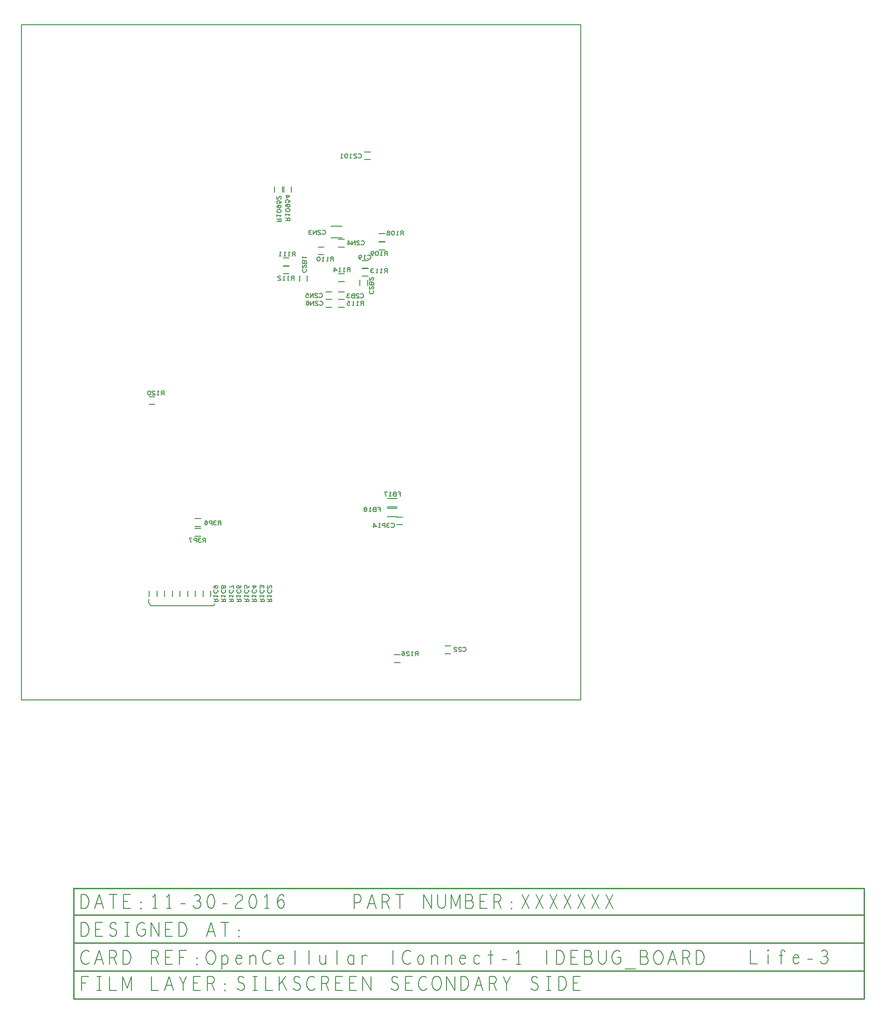
<source format=gbr>
G04 ================== begin FILE IDENTIFICATION RECORD ==================*
G04 Layout Name:  D:/shamshu/Dburg/final/OC_Connect-1_DEBUG_Life-3_final.brd*
G04 Film Name:    slse.gbr*
G04 File Format:  Gerber RS274X*
G04 File Origin:  Cadence Allegro 16.6-2015-S060*
G04 Origin Date:  Thu Dec 01 02:08:25 2016*
G04 *
G04 Layer:  REF DES/SILKSCREEN_BOTTOM*
G04 Layer:  PACKAGE GEOMETRY/SILKSCREEN_BOTTOM*
G04 Layer:  DRAWING FORMAT/SLSE*
G04 Layer:  DRAWING FORMAT/FILM_LABEL_OUTLINE*
G04 Layer:  COMPONENT VALUE/SILKSCREEN_BOTTOM*
G04 Layer:  BOARD GEOMETRY/OUTLINE*
G04 Layer:  BOARD GEOMETRY/SILKSCREEN_BOTTOM*
G04 *
G04 Offset:    (0.000 0.000)*
G04 Mirror:    No*
G04 Mode:      Positive*
G04 Rotation:  0*
G04 FullContactRelief:  No*
G04 UndefLineWidth:     6.000*
G04 ================== end FILE IDENTIFICATION RECORD ====================*
%FSLAX25Y25*MOIN*%
%IR0*IPPOS*OFA0.00000B0.00000*MIA0B0*SFA1.00000B1.00000*%
%ADD10C,.006*%
%ADD11C,.005906*%
%ADD12C,.008268*%
%ADD13C,.01*%
G75*
%LPD*%
G75*
G54D10*
G01X90818Y71900D02*
Y69400D01*
X92718Y67500D01*
X137118D01*
X138418Y68800D01*
G01X148451Y70250D02*
X151451D01*
Y71500D01*
X151301Y71900D01*
X151101Y72150D01*
X150701Y72250D01*
X150301Y72150D01*
X150051Y71850D01*
X149901Y71500D01*
Y70250D01*
G01Y71500D02*
X148451Y72250D01*
G01Y74450D02*
X151451D01*
X150851Y73850D01*
G01X148451D02*
Y75050D01*
G01X151201Y78750D02*
X151351Y78450D01*
X151451Y78100D01*
Y77700D01*
X151301Y77250D01*
X151051Y76900D01*
X150751Y76650D01*
X150251Y76450D01*
X149801Y76400D01*
X149351Y76500D01*
X149051Y76650D01*
X148751Y76950D01*
X148551Y77300D01*
X148451Y77650D01*
Y78000D01*
X148551Y78350D01*
X148701Y78650D01*
X148901Y78900D01*
G01X148451Y80750D02*
X149101Y80850D01*
X149651Y81000D01*
X150151Y81200D01*
X150701Y81450D01*
X151451Y81850D01*
Y79850D01*
G01X153951Y70250D02*
X156951D01*
Y71500D01*
X156801Y71900D01*
X156601Y72150D01*
X156201Y72250D01*
X155801Y72150D01*
X155551Y71850D01*
X155401Y71500D01*
Y70250D01*
G01Y71500D02*
X153951Y72250D01*
G01Y74450D02*
X156951D01*
X156351Y73850D01*
G01X153951D02*
Y75050D01*
G01X156701Y78750D02*
X156851Y78450D01*
X156951Y78100D01*
Y77700D01*
X156801Y77250D01*
X156551Y76900D01*
X156251Y76650D01*
X155751Y76450D01*
X155301Y76400D01*
X154851Y76500D01*
X154551Y76650D01*
X154251Y76950D01*
X154051Y77300D01*
X153951Y77650D01*
Y78000D01*
X154051Y78350D01*
X154201Y78650D01*
X154401Y78900D01*
G01X155201Y79900D02*
X155551Y80250D01*
X155751Y80550D01*
X155851Y80950D01*
X155751Y81300D01*
X155551Y81550D01*
X155251Y81750D01*
X154901Y81800D01*
X154601Y81750D01*
X154301Y81550D01*
X154051Y81250D01*
X153951Y80900D01*
X154051Y80500D01*
X154351Y80150D01*
X154801Y79950D01*
X155301Y79900D01*
X155951Y80000D01*
X156301Y80150D01*
X156651Y80400D01*
X156901Y80750D01*
X156951Y81100D01*
X156851Y81450D01*
X156601Y81700D01*
G01X137451Y70250D02*
X140451D01*
Y71500D01*
X140301Y71900D01*
X140101Y72150D01*
X139701Y72250D01*
X139301Y72150D01*
X139051Y71850D01*
X138901Y71500D01*
Y70250D01*
G01Y71500D02*
X137451Y72250D01*
G01Y74450D02*
X140451D01*
X139851Y73850D01*
G01X137451D02*
Y75050D01*
G01X140201Y78750D02*
X140351Y78450D01*
X140451Y78100D01*
Y77700D01*
X140301Y77250D01*
X140051Y76900D01*
X139751Y76650D01*
X139251Y76450D01*
X138801Y76400D01*
X138351Y76500D01*
X138051Y76650D01*
X137751Y76950D01*
X137551Y77300D01*
X137451Y77650D01*
Y78000D01*
X137551Y78350D01*
X137701Y78650D01*
X137901Y78900D01*
G01X137801Y80000D02*
X137551Y80350D01*
X137451Y80750D01*
X137551Y81150D01*
X137851Y81500D01*
X138301Y81750D01*
X138751Y81850D01*
X139301D01*
X139751Y81750D01*
X140151Y81500D01*
X140351Y81200D01*
X140451Y80850D01*
X140351Y80450D01*
X140151Y80150D01*
X139851Y79950D01*
X139451Y79850D01*
X139101Y79950D01*
X138751Y80200D01*
X138551Y80500D01*
X138501Y80850D01*
X138601Y81250D01*
X138851Y81550D01*
X139301Y81850D01*
G01X142951Y70250D02*
X145951D01*
Y71500D01*
X145801Y71900D01*
X145601Y72150D01*
X145201Y72250D01*
X144801Y72150D01*
X144551Y71850D01*
X144401Y71500D01*
Y70250D01*
G01Y71500D02*
X142951Y72250D01*
G01Y74450D02*
X145951D01*
X145351Y73850D01*
G01X142951D02*
Y75050D01*
G01X145701Y78750D02*
X145851Y78450D01*
X145951Y78100D01*
Y77700D01*
X145801Y77250D01*
X145551Y76900D01*
X145251Y76650D01*
X144751Y76450D01*
X144301Y76400D01*
X143851Y76500D01*
X143551Y76650D01*
X143251Y76950D01*
X143051Y77300D01*
X142951Y77650D01*
Y78000D01*
X143051Y78350D01*
X143201Y78650D01*
X143401Y78900D01*
G01X142951Y80850D02*
X143001Y81200D01*
X143151Y81600D01*
X143401Y81850D01*
X143751Y81950D01*
X144101Y81850D01*
X144401Y81550D01*
X144551Y81100D01*
Y80600D01*
X144651Y80300D01*
X144901Y80050D01*
X145251Y79950D01*
X145601Y80100D01*
X145851Y80450D01*
X145951Y80850D01*
X145851Y81250D01*
X145601Y81600D01*
X145251Y81750D01*
X144901Y81650D01*
X144651Y81400D01*
X144551Y81100D01*
Y80600D01*
X144401Y80150D01*
X144101Y79850D01*
X143751Y79750D01*
X143401Y79850D01*
X143151Y80100D01*
X143001Y80500D01*
X142951Y80850D01*
G01X142618Y125200D02*
Y128200D01*
X141368D01*
X140968Y128050D01*
X140718Y127850D01*
X140618Y127450D01*
X140718Y127050D01*
X141018Y126800D01*
X141368Y126650D01*
X142618D01*
G01X141368D02*
X140618Y125200D01*
G01X139518Y125800D02*
X139218Y125450D01*
X138818Y125250D01*
X138368Y125200D01*
X137968Y125250D01*
X137568Y125500D01*
X137318Y125800D01*
X137268Y126100D01*
X137368Y126450D01*
X137718Y126700D01*
X138068Y126800D01*
X138518D01*
G01X138068D02*
X137768Y126950D01*
X137518Y127200D01*
X137418Y127500D01*
X137518Y127800D01*
X137768Y128050D01*
X138218Y128200D01*
X138668Y128150D01*
X139118Y127950D01*
G01X136218Y125200D02*
Y128200D01*
X135018D01*
X134618Y128050D01*
X134318Y127700D01*
X134218Y127300D01*
X134318Y126900D01*
X134568Y126600D01*
X135018Y126450D01*
X136218D01*
G01X132968D02*
X132618Y126800D01*
X132318Y127000D01*
X131918Y127100D01*
X131568Y127000D01*
X131318Y126800D01*
X131118Y126500D01*
X131068Y126150D01*
X131118Y125850D01*
X131318Y125550D01*
X131618Y125300D01*
X131968Y125200D01*
X132368Y125300D01*
X132718Y125600D01*
X132918Y126050D01*
X132968Y126550D01*
X132868Y127200D01*
X132718Y127550D01*
X132468Y127900D01*
X132118Y128150D01*
X131768Y128200D01*
X131418Y128100D01*
X131168Y127850D01*
G01X131618Y112700D02*
Y115700D01*
X130368D01*
X129968Y115550D01*
X129718Y115350D01*
X129618Y114950D01*
X129718Y114550D01*
X130018Y114300D01*
X130368Y114150D01*
X131618D01*
G01X130368D02*
X129618Y112700D01*
G01X128518Y113300D02*
X128218Y112950D01*
X127818Y112750D01*
X127368Y112700D01*
X126968Y112750D01*
X126568Y113000D01*
X126318Y113300D01*
X126268Y113600D01*
X126368Y113950D01*
X126718Y114200D01*
X127068Y114300D01*
X127518D01*
G01X127068D02*
X126768Y114450D01*
X126518Y114700D01*
X126418Y115000D01*
X126518Y115300D01*
X126768Y115550D01*
X127218Y115700D01*
X127668Y115650D01*
X128118Y115450D01*
G01X125218Y112700D02*
Y115700D01*
X124018D01*
X123618Y115550D01*
X123318Y115200D01*
X123218Y114800D01*
X123318Y114400D01*
X123568Y114100D01*
X124018Y113950D01*
X125218D01*
G01X121118Y112700D02*
X121018Y113350D01*
X120868Y113900D01*
X120668Y114400D01*
X120418Y114950D01*
X120018Y115700D01*
X122018D01*
G01X101818Y217900D02*
Y220900D01*
X100568D01*
X100168Y220750D01*
X99918Y220550D01*
X99818Y220150D01*
X99918Y219750D01*
X100218Y219500D01*
X100568Y219350D01*
X101818D01*
G01X100568D02*
X99818Y217900D01*
G01X97618D02*
Y220900D01*
X98218Y220300D01*
G01Y217900D02*
X97018D01*
G01X95368Y220400D02*
X95068Y220700D01*
X94718Y220850D01*
X94318Y220900D01*
X93818Y220800D01*
X93468Y220550D01*
X93368Y220250D01*
X93418Y219950D01*
X93618Y219700D01*
X94618Y219200D01*
X95068Y218850D01*
X95368Y218350D01*
X95468Y217900D01*
X93368D01*
G01X91218Y220900D02*
X91618Y220800D01*
X91918Y220550D01*
X92118Y220250D01*
X92268Y219850D01*
X92318Y219400D01*
X92268Y218950D01*
X92118Y218550D01*
X91918Y218250D01*
X91618Y218000D01*
X91218Y217900D01*
X90818Y218000D01*
X90518Y218250D01*
X90318Y218550D01*
X90168Y218950D01*
X90118Y219400D01*
X90168Y219850D01*
X90318Y220250D01*
X90518Y220550D01*
X90818Y220800D01*
X91218Y220900D01*
G01X159451Y70250D02*
X162451D01*
Y71500D01*
X162301Y71900D01*
X162101Y72150D01*
X161701Y72250D01*
X161301Y72150D01*
X161051Y71850D01*
X160901Y71500D01*
Y70250D01*
G01Y71500D02*
X159451Y72250D01*
G01Y74450D02*
X162451D01*
X161851Y73850D01*
G01X159451D02*
Y75050D01*
G01X162201Y78750D02*
X162351Y78450D01*
X162451Y78100D01*
Y77700D01*
X162301Y77250D01*
X162051Y76900D01*
X161751Y76650D01*
X161251Y76450D01*
X160801Y76400D01*
X160351Y76500D01*
X160051Y76650D01*
X159751Y76950D01*
X159551Y77300D01*
X159451Y77650D01*
Y78000D01*
X159551Y78350D01*
X159701Y78650D01*
X159901Y78900D01*
G01Y79750D02*
X159651Y80050D01*
X159501Y80400D01*
X159451Y80850D01*
X159551Y81300D01*
X159751Y81650D01*
X160101Y81900D01*
X160501Y81950D01*
X160901Y81850D01*
X161151Y81600D01*
X161351Y81250D01*
X161401Y80900D01*
X161351Y80550D01*
X161151Y80100D01*
X162451Y80250D01*
Y81600D01*
G01X164951Y70250D02*
X167951D01*
Y71500D01*
X167801Y71900D01*
X167601Y72150D01*
X167201Y72250D01*
X166801Y72150D01*
X166551Y71850D01*
X166401Y71500D01*
Y70250D01*
G01Y71500D02*
X164951Y72250D01*
G01Y74450D02*
X167951D01*
X167351Y73850D01*
G01X164951D02*
Y75050D01*
G01X167701Y78750D02*
X167851Y78450D01*
X167951Y78100D01*
Y77700D01*
X167801Y77250D01*
X167551Y76900D01*
X167251Y76650D01*
X166751Y76450D01*
X166301Y76400D01*
X165851Y76500D01*
X165551Y76650D01*
X165251Y76950D01*
X165051Y77300D01*
X164951Y77650D01*
Y78000D01*
X165051Y78350D01*
X165201Y78650D01*
X165401Y78900D01*
G01X164951Y81450D02*
X167951D01*
X165801Y79600D01*
Y82100D01*
G01X170451Y70250D02*
X173451D01*
Y71500D01*
X173301Y71900D01*
X173101Y72150D01*
X172701Y72250D01*
X172301Y72150D01*
X172051Y71850D01*
X171901Y71500D01*
Y70250D01*
G01Y71500D02*
X170451Y72250D01*
G01Y74450D02*
X173451D01*
X172851Y73850D01*
G01X170451D02*
Y75050D01*
G01X173201Y78750D02*
X173351Y78450D01*
X173451Y78100D01*
Y77700D01*
X173301Y77250D01*
X173051Y76900D01*
X172751Y76650D01*
X172251Y76450D01*
X171801Y76400D01*
X171351Y76500D01*
X171051Y76650D01*
X170751Y76950D01*
X170551Y77300D01*
X170451Y77650D01*
Y78000D01*
X170551Y78350D01*
X170701Y78650D01*
X170901Y78900D01*
G01X171051Y79750D02*
X170701Y80050D01*
X170501Y80450D01*
X170451Y80900D01*
X170501Y81300D01*
X170751Y81700D01*
X171051Y81950D01*
X171351Y82000D01*
X171701Y81900D01*
X171951Y81550D01*
X172051Y81200D01*
Y80750D01*
G01Y81200D02*
X172201Y81500D01*
X172451Y81750D01*
X172751Y81850D01*
X173051Y81750D01*
X173301Y81500D01*
X173451Y81050D01*
X173401Y80600D01*
X173201Y80150D01*
G01X175951Y70250D02*
X178951D01*
Y71500D01*
X178801Y71900D01*
X178601Y72150D01*
X178201Y72250D01*
X177801Y72150D01*
X177551Y71850D01*
X177401Y71500D01*
Y70250D01*
G01Y71500D02*
X175951Y72250D01*
G01Y74450D02*
X178951D01*
X178351Y73850D01*
G01X175951D02*
Y75050D01*
G01X178701Y78750D02*
X178851Y78450D01*
X178951Y78100D01*
Y77700D01*
X178801Y77250D01*
X178551Y76900D01*
X178251Y76650D01*
X177751Y76450D01*
X177301Y76400D01*
X176851Y76500D01*
X176551Y76650D01*
X176251Y76950D01*
X176051Y77300D01*
X175951Y77650D01*
Y78000D01*
X176051Y78350D01*
X176201Y78650D01*
X176401Y78900D01*
G01X178451Y79900D02*
X178751Y80200D01*
X178901Y80550D01*
X178951Y80950D01*
X178851Y81450D01*
X178601Y81800D01*
X178301Y81900D01*
X178001Y81850D01*
X177751Y81650D01*
X177251Y80650D01*
X176901Y80200D01*
X176401Y79900D01*
X175951Y79800D01*
Y81900D01*
G01X212918Y290450D02*
X213218Y290600D01*
X213568Y290700D01*
X213968D01*
X214418Y290550D01*
X214768Y290300D01*
X215018Y290000D01*
X215218Y289500D01*
X215268Y289050D01*
X215168Y288600D01*
X215018Y288300D01*
X214718Y288000D01*
X214368Y287800D01*
X214018Y287700D01*
X213668D01*
X213318Y287800D01*
X213018Y287950D01*
X212768Y288150D01*
G01X211768Y290200D02*
X211468Y290500D01*
X211118Y290650D01*
X210718Y290700D01*
X210218Y290600D01*
X209868Y290350D01*
X209768Y290050D01*
X209818Y289750D01*
X210018Y289500D01*
X211018Y289000D01*
X211468Y288650D01*
X211768Y288150D01*
X211868Y287700D01*
X209768D01*
G01X208768D02*
Y290700D01*
X206468Y287700D01*
Y290700D01*
G01X205518Y288150D02*
X205218Y287900D01*
X204868Y287750D01*
X204418Y287700D01*
X203968Y287800D01*
X203618Y288000D01*
X203368Y288350D01*
X203318Y288750D01*
X203418Y289150D01*
X203668Y289400D01*
X204018Y289600D01*
X204368Y289650D01*
X204718Y289600D01*
X205168Y289400D01*
X205018Y290700D01*
X203668D01*
G01X213118Y284950D02*
X213418Y285100D01*
X213768Y285200D01*
X214168D01*
X214618Y285050D01*
X214968Y284800D01*
X215218Y284500D01*
X215418Y284000D01*
X215468Y283550D01*
X215368Y283100D01*
X215218Y282800D01*
X214918Y282500D01*
X214568Y282300D01*
X214218Y282200D01*
X213868D01*
X213518Y282300D01*
X213218Y282450D01*
X212968Y282650D01*
G01X211968Y284700D02*
X211668Y285000D01*
X211318Y285150D01*
X210918Y285200D01*
X210418Y285100D01*
X210068Y284850D01*
X209968Y284550D01*
X210018Y284250D01*
X210218Y284000D01*
X211218Y283500D01*
X211668Y283150D01*
X211968Y282650D01*
X212068Y282200D01*
X209968D01*
G01X208968D02*
Y285200D01*
X206668Y282200D01*
Y285200D01*
G01X205568Y283450D02*
X205218Y283800D01*
X204918Y284000D01*
X204518Y284100D01*
X204168Y284000D01*
X203918Y283800D01*
X203718Y283500D01*
X203668Y283150D01*
X203718Y282850D01*
X203918Y282550D01*
X204218Y282300D01*
X204568Y282200D01*
X204968Y282300D01*
X205318Y282600D01*
X205518Y283050D01*
X205568Y283550D01*
X205468Y284200D01*
X205318Y284550D01*
X205068Y284900D01*
X204718Y285150D01*
X204368Y285200D01*
X204018Y285100D01*
X203768Y284850D01*
G01X194918Y300200D02*
Y303200D01*
X193668D01*
X193268Y303050D01*
X193018Y302850D01*
X192918Y302450D01*
X193018Y302050D01*
X193318Y301800D01*
X193668Y301650D01*
X194918D01*
G01X193668D02*
X192918Y300200D01*
G01X190718D02*
Y303200D01*
X191318Y302600D01*
G01Y300200D02*
X190118D01*
G01X187518D02*
Y303200D01*
X188118Y302600D01*
G01Y300200D02*
X186918D01*
G01X185268Y302700D02*
X184968Y303000D01*
X184618Y303150D01*
X184218Y303200D01*
X183718Y303100D01*
X183368Y302850D01*
X183268Y302550D01*
X183318Y302250D01*
X183518Y302000D01*
X184518Y301500D01*
X184968Y301150D01*
X185268Y300650D01*
X185368Y300200D01*
X183268D01*
G01X234918Y306200D02*
Y309200D01*
X233668D01*
X233268Y309050D01*
X233018Y308850D01*
X232918Y308450D01*
X233018Y308050D01*
X233318Y307800D01*
X233668Y307650D01*
X234918D01*
G01X233668D02*
X232918Y306200D01*
G01X230718D02*
Y309200D01*
X231318Y308600D01*
G01Y306200D02*
X230118D01*
G01X227518D02*
Y309200D01*
X228118Y308600D01*
G01Y306200D02*
X226918D01*
G01X223718D02*
Y309200D01*
X225568Y307050D01*
X223068D01*
G01X195618Y317300D02*
Y320300D01*
X194368D01*
X193968Y320150D01*
X193718Y319950D01*
X193618Y319550D01*
X193718Y319150D01*
X194018Y318900D01*
X194368Y318750D01*
X195618D01*
G01X194368D02*
X193618Y317300D01*
G01X191418D02*
Y320300D01*
X192018Y319700D01*
G01Y317300D02*
X190818D01*
G01X188218D02*
Y320300D01*
X188818Y319700D01*
G01Y317300D02*
X187618D01*
G01X185018D02*
Y320300D01*
X185618Y319700D01*
G01Y317300D02*
X184418D01*
G01X223018Y313800D02*
Y316800D01*
X221768D01*
X221368Y316650D01*
X221118Y316450D01*
X221018Y316050D01*
X221118Y315650D01*
X221418Y315400D01*
X221768Y315250D01*
X223018D01*
G01X221768D02*
X221018Y313800D01*
G01X218818D02*
Y316800D01*
X219418Y316200D01*
G01Y313800D02*
X218218D01*
G01X215618D02*
Y316800D01*
X216218Y316200D01*
G01Y313800D02*
X215018D01*
G01X212418Y316800D02*
X212818Y316700D01*
X213118Y316450D01*
X213318Y316150D01*
X213468Y315750D01*
X213518Y315300D01*
X213468Y314850D01*
X213318Y314450D01*
X213118Y314150D01*
X212818Y313900D01*
X212418Y313800D01*
X212018Y313900D01*
X211718Y314150D01*
X211518Y314450D01*
X211368Y314850D01*
X211318Y315300D01*
X211368Y315750D01*
X211518Y316150D01*
X211718Y316450D01*
X212018Y316700D01*
X212418Y316800D01*
G01X182700Y342100D02*
X185700D01*
Y343350D01*
X185550Y343750D01*
X185350Y344000D01*
X184950Y344100D01*
X184550Y344000D01*
X184300Y343700D01*
X184150Y343350D01*
Y342100D01*
G01Y343350D02*
X182700Y344100D01*
G01Y346300D02*
X185700D01*
X185100Y345700D01*
G01X182700D02*
Y346900D01*
G01X185700Y349500D02*
X185600Y349100D01*
X185350Y348800D01*
X185050Y348600D01*
X184650Y348450D01*
X184200Y348400D01*
X183750Y348450D01*
X183350Y348600D01*
X183050Y348800D01*
X182800Y349100D01*
X182700Y349500D01*
X182800Y349900D01*
X183050Y350200D01*
X183350Y350400D01*
X183750Y350550D01*
X184200Y350600D01*
X184650Y350550D01*
X185050Y350400D01*
X185350Y350200D01*
X185600Y349900D01*
X185700Y349500D01*
G01X183050Y351850D02*
X182800Y352200D01*
X182700Y352600D01*
X182800Y353000D01*
X183100Y353350D01*
X183550Y353600D01*
X184000Y353700D01*
X184550D01*
X185000Y353600D01*
X185400Y353350D01*
X185600Y353050D01*
X185700Y352700D01*
X185600Y352300D01*
X185400Y352000D01*
X185100Y351800D01*
X184700Y351700D01*
X184350Y351800D01*
X184000Y352050D01*
X183800Y352350D01*
X183750Y352700D01*
X183850Y353100D01*
X184100Y353400D01*
X184550Y353700D01*
G01X183150Y354800D02*
X182900Y355100D01*
X182750Y355450D01*
X182700Y355900D01*
X182800Y356350D01*
X183000Y356700D01*
X183350Y356950D01*
X183750Y357000D01*
X184150Y356900D01*
X184400Y356650D01*
X184600Y356300D01*
X184650Y355950D01*
X184600Y355600D01*
X184400Y355150D01*
X185700Y355300D01*
Y356650D01*
G01X185200Y358150D02*
X185500Y358450D01*
X185650Y358800D01*
X185700Y359200D01*
X185600Y359700D01*
X185350Y360050D01*
X185050Y360150D01*
X184750Y360100D01*
X184500Y359900D01*
X184000Y358900D01*
X183650Y358450D01*
X183150Y358150D01*
X182700Y358050D01*
Y360150D01*
G01X188900Y342800D02*
X191900D01*
Y344050D01*
X191750Y344450D01*
X191550Y344700D01*
X191150Y344800D01*
X190750Y344700D01*
X190500Y344400D01*
X190350Y344050D01*
Y342800D01*
G01Y344050D02*
X188900Y344800D01*
G01Y347000D02*
X191900D01*
X191300Y346400D01*
G01X188900D02*
Y347600D01*
G01X191900Y350200D02*
X191800Y349800D01*
X191550Y349500D01*
X191250Y349300D01*
X190850Y349150D01*
X190400Y349100D01*
X189950Y349150D01*
X189550Y349300D01*
X189250Y349500D01*
X189000Y349800D01*
X188900Y350200D01*
X189000Y350600D01*
X189250Y350900D01*
X189550Y351100D01*
X189950Y351250D01*
X190400Y351300D01*
X190850Y351250D01*
X191250Y351100D01*
X191550Y350900D01*
X191800Y350600D01*
X191900Y350200D01*
G01X189250Y352550D02*
X189000Y352900D01*
X188900Y353300D01*
X189000Y353700D01*
X189300Y354050D01*
X189750Y354300D01*
X190200Y354400D01*
X190750D01*
X191200Y354300D01*
X191600Y354050D01*
X191800Y353750D01*
X191900Y353400D01*
X191800Y353000D01*
X191600Y352700D01*
X191300Y352500D01*
X190900Y352400D01*
X190550Y352500D01*
X190200Y352750D01*
X190000Y353050D01*
X189950Y353400D01*
X190050Y353800D01*
X190300Y354100D01*
X190750Y354400D01*
G01X189350Y355500D02*
X189100Y355800D01*
X188950Y356150D01*
X188900Y356600D01*
X189000Y357050D01*
X189200Y357400D01*
X189550Y357650D01*
X189950Y357700D01*
X190350Y357600D01*
X190600Y357350D01*
X190800Y357000D01*
X190850Y356650D01*
X190800Y356300D01*
X190600Y355850D01*
X191900Y356000D01*
Y357350D01*
G01X188900Y360400D02*
X191900D01*
X189750Y358550D01*
Y361050D01*
G01X203568Y308000D02*
X203718Y307700D01*
X203818Y307350D01*
Y306950D01*
X203668Y306500D01*
X203418Y306150D01*
X203118Y305900D01*
X202618Y305700D01*
X202168Y305650D01*
X201718Y305750D01*
X201418Y305900D01*
X201118Y306200D01*
X200918Y306550D01*
X200818Y306900D01*
Y307250D01*
X200918Y307600D01*
X201068Y307900D01*
X201268Y308150D01*
G01X203318Y309150D02*
X203618Y309450D01*
X203768Y309800D01*
X203818Y310200D01*
X203718Y310700D01*
X203468Y311050D01*
X203168Y311150D01*
X202868Y311100D01*
X202618Y310900D01*
X202118Y309900D01*
X201768Y309450D01*
X201268Y309150D01*
X200818Y309050D01*
Y311150D01*
G01X202418Y313700D02*
X202568Y313900D01*
X202818Y314050D01*
X203168Y314150D01*
X203468Y314050D01*
X203668Y313850D01*
X203818Y313500D01*
Y312150D01*
X200818D01*
Y313800D01*
X201018Y314150D01*
X201318Y314350D01*
X201668Y314450D01*
X202018Y314350D01*
X202318Y314050D01*
X202418Y313700D01*
Y312150D01*
G01X200818Y316500D02*
X203818D01*
X203218Y315900D01*
G01X200818D02*
Y317100D01*
G01X215118Y335550D02*
X215418Y335700D01*
X215768Y335800D01*
X216168D01*
X216618Y335650D01*
X216968Y335400D01*
X217218Y335100D01*
X217418Y334600D01*
X217468Y334150D01*
X217368Y333700D01*
X217218Y333400D01*
X216918Y333100D01*
X216568Y332900D01*
X216218Y332800D01*
X215868D01*
X215518Y332900D01*
X215218Y333050D01*
X214968Y333250D01*
G01X213968Y335300D02*
X213668Y335600D01*
X213318Y335750D01*
X212918Y335800D01*
X212418Y335700D01*
X212068Y335450D01*
X211968Y335150D01*
X212018Y334850D01*
X212218Y334600D01*
X213218Y334100D01*
X213668Y333750D01*
X213968Y333250D01*
X214068Y332800D01*
X211968D01*
G01X210968D02*
Y335800D01*
X208668Y332800D01*
Y335800D01*
G01X207718Y333400D02*
X207418Y333050D01*
X207018Y332850D01*
X206568Y332800D01*
X206168Y332850D01*
X205768Y333100D01*
X205518Y333400D01*
X205468Y333700D01*
X205568Y334050D01*
X205918Y334300D01*
X206268Y334400D01*
X206718D01*
G01X206268D02*
X205968Y334550D01*
X205718Y334800D01*
X205618Y335100D01*
X205718Y335400D01*
X205968Y335650D01*
X206418Y335800D01*
X206868Y335750D01*
X207318Y335550D01*
G01X240700Y390250D02*
X241000Y390400D01*
X241350Y390500D01*
X241750D01*
X242200Y390350D01*
X242550Y390100D01*
X242800Y389800D01*
X243000Y389300D01*
X243050Y388850D01*
X242950Y388400D01*
X242800Y388100D01*
X242500Y387800D01*
X242150Y387600D01*
X241800Y387500D01*
X241450D01*
X241100Y387600D01*
X240800Y387750D01*
X240550Y387950D01*
G01X239550Y390000D02*
X239250Y390300D01*
X238900Y390450D01*
X238500Y390500D01*
X238000Y390400D01*
X237650Y390150D01*
X237550Y389850D01*
X237600Y389550D01*
X237800Y389300D01*
X238800Y388800D01*
X239250Y388450D01*
X239550Y387950D01*
X239650Y387500D01*
X237550D01*
G01X235400D02*
Y390500D01*
X236000Y389900D01*
G01Y387500D02*
X234800D01*
G01X232200Y390500D02*
X232600Y390400D01*
X232900Y390150D01*
X233100Y389850D01*
X233250Y389450D01*
X233300Y389000D01*
X233250Y388550D01*
X233100Y388150D01*
X232900Y387850D01*
X232600Y387600D01*
X232200Y387500D01*
X231800Y387600D01*
X231500Y387850D01*
X231300Y388150D01*
X231150Y388550D01*
X231100Y389000D01*
X231150Y389450D01*
X231300Y389850D01*
X231500Y390150D01*
X231800Y390400D01*
X232200Y390500D01*
G01X229000Y387500D02*
Y390500D01*
X229600Y389900D01*
G01Y387500D02*
X228400D01*
G01X283618Y31600D02*
Y34600D01*
X282368D01*
X281968Y34450D01*
X281718Y34250D01*
X281618Y33850D01*
X281718Y33450D01*
X282018Y33200D01*
X282368Y33050D01*
X283618D01*
G01X282368D02*
X281618Y31600D01*
G01X279418D02*
Y34600D01*
X280018Y34000D01*
G01Y31600D02*
X278818D01*
G01X277168Y34100D02*
X276868Y34400D01*
X276518Y34550D01*
X276118Y34600D01*
X275618Y34500D01*
X275268Y34250D01*
X275168Y33950D01*
X275218Y33650D01*
X275418Y33400D01*
X276418Y32900D01*
X276868Y32550D01*
X277168Y32050D01*
X277268Y31600D01*
X275168D01*
G01X273968Y32850D02*
X273618Y33200D01*
X273318Y33400D01*
X272918Y33500D01*
X272568Y33400D01*
X272318Y33200D01*
X272118Y32900D01*
X272068Y32550D01*
X272118Y32250D01*
X272318Y31950D01*
X272618Y31700D01*
X272968Y31600D01*
X273368Y31700D01*
X273718Y32000D01*
X273918Y32450D01*
X273968Y32950D01*
X273868Y33600D01*
X273718Y33950D01*
X273468Y34300D01*
X273118Y34550D01*
X272768Y34600D01*
X272418Y34500D01*
X272168Y34250D01*
G01X264350Y126083D02*
X264650Y126233D01*
X265000Y126333D01*
X265400D01*
X265850Y126183D01*
X266200Y125933D01*
X266450Y125633D01*
X266650Y125133D01*
X266700Y124683D01*
X266600Y124233D01*
X266450Y123933D01*
X266150Y123633D01*
X265800Y123433D01*
X265450Y123333D01*
X265100D01*
X264750Y123433D01*
X264450Y123583D01*
X264200Y123783D01*
G01X263350Y123933D02*
X263050Y123583D01*
X262650Y123383D01*
X262200Y123333D01*
X261800Y123383D01*
X261400Y123633D01*
X261150Y123933D01*
X261100Y124233D01*
X261200Y124583D01*
X261550Y124833D01*
X261900Y124933D01*
X262350D01*
G01X261900D02*
X261600Y125083D01*
X261350Y125333D01*
X261250Y125633D01*
X261350Y125933D01*
X261600Y126183D01*
X262050Y126333D01*
X262500Y126283D01*
X262950Y126083D01*
G01X260050Y123333D02*
Y126333D01*
X258850D01*
X258450Y126183D01*
X258150Y125833D01*
X258050Y125433D01*
X258150Y125033D01*
X258400Y124733D01*
X258850Y124583D01*
X260050D01*
G01X255850Y123333D02*
Y126333D01*
X256450Y125733D01*
G01Y123333D02*
X255250D01*
G01X252050D02*
Y126333D01*
X253900Y124183D01*
X251400D01*
G01X271034Y145753D02*
Y148753D01*
X269134D01*
G01X269834Y147303D02*
X271034D01*
G01X266484Y147353D02*
X266284Y147503D01*
X266134Y147753D01*
X266034Y148103D01*
X266134Y148403D01*
X266334Y148603D01*
X266684Y148753D01*
X268034D01*
Y145753D01*
X266384D01*
X266034Y145953D01*
X265834Y146253D01*
X265734Y146603D01*
X265834Y146953D01*
X266134Y147253D01*
X266484Y147353D01*
X268034D01*
G01X263684Y145753D02*
Y148753D01*
X264284Y148153D01*
G01Y145753D02*
X263084D01*
G01X260584D02*
X260484Y146403D01*
X260334Y146953D01*
X260134Y147453D01*
X259884Y148003D01*
X259484Y148753D01*
X261484D01*
G01X256534Y134753D02*
Y137753D01*
X254634D01*
G01X255334Y136303D02*
X256534D01*
G01X251984Y136353D02*
X251784Y136503D01*
X251634Y136753D01*
X251534Y137103D01*
X251634Y137403D01*
X251834Y137603D01*
X252184Y137753D01*
X253534D01*
Y134753D01*
X251884D01*
X251534Y134953D01*
X251334Y135253D01*
X251234Y135603D01*
X251334Y135953D01*
X251634Y136253D01*
X251984Y136353D01*
X253534D01*
G01X249184Y134753D02*
Y137753D01*
X249784Y137153D01*
G01Y134753D02*
X248584D01*
G01X245984D02*
X245634Y134803D01*
X245234Y134953D01*
X244984Y135203D01*
X244884Y135553D01*
X244984Y135903D01*
X245284Y136203D01*
X245734Y136353D01*
X246234D01*
X246534Y136453D01*
X246784Y136703D01*
X246884Y137053D01*
X246734Y137403D01*
X246384Y137653D01*
X245984Y137753D01*
X245584Y137653D01*
X245234Y137403D01*
X245084Y137053D01*
X245184Y136703D01*
X245434Y136453D01*
X245734Y136353D01*
X246234D01*
X246684Y136203D01*
X246984Y135903D01*
X247084Y135553D01*
X246984Y135203D01*
X246734Y134953D01*
X246334Y134803D01*
X245984Y134753D01*
G01X244518Y282100D02*
Y285100D01*
X243268D01*
X242868Y284950D01*
X242618Y284750D01*
X242518Y284350D01*
X242618Y283950D01*
X242918Y283700D01*
X243268Y283550D01*
X244518D01*
G01X243268D02*
X242518Y282100D01*
G01X240318D02*
Y285100D01*
X240918Y284500D01*
G01Y282100D02*
X239718D01*
G01X237118D02*
Y285100D01*
X237718Y284500D01*
G01Y282100D02*
X236518D01*
G01X235018Y282550D02*
X234718Y282300D01*
X234368Y282150D01*
X233918Y282100D01*
X233468Y282200D01*
X233118Y282400D01*
X232868Y282750D01*
X232818Y283150D01*
X232918Y283550D01*
X233168Y283800D01*
X233518Y284000D01*
X233868Y284050D01*
X234218Y284000D01*
X234668Y283800D01*
X234518Y285100D01*
X233168D01*
G01X251568Y292600D02*
X251718Y292300D01*
X251818Y291950D01*
Y291550D01*
X251668Y291100D01*
X251418Y290750D01*
X251118Y290500D01*
X250618Y290300D01*
X250168Y290250D01*
X249718Y290350D01*
X249418Y290500D01*
X249118Y290800D01*
X248918Y291150D01*
X248818Y291500D01*
Y291850D01*
X248918Y292200D01*
X249068Y292500D01*
X249268Y292750D01*
G01X251318Y293750D02*
X251618Y294050D01*
X251768Y294400D01*
X251818Y294800D01*
X251718Y295300D01*
X251468Y295650D01*
X251168Y295750D01*
X250868Y295700D01*
X250618Y295500D01*
X250118Y294500D01*
X249768Y294050D01*
X249268Y293750D01*
X248818Y293650D01*
Y295750D01*
G01X250418Y298300D02*
X250568Y298500D01*
X250818Y298650D01*
X251168Y298750D01*
X251468Y298650D01*
X251668Y298450D01*
X251818Y298100D01*
Y296750D01*
X248818D01*
Y298400D01*
X249018Y298750D01*
X249318Y298950D01*
X249668Y299050D01*
X250018Y298950D01*
X250318Y298650D01*
X250418Y298300D01*
Y296750D01*
G01X251318Y300150D02*
X251618Y300450D01*
X251768Y300800D01*
X251818Y301200D01*
X251718Y301700D01*
X251468Y302050D01*
X251168Y302150D01*
X250868Y302100D01*
X250618Y301900D01*
X250118Y300900D01*
X249768Y300450D01*
X249268Y300150D01*
X248818Y300050D01*
Y302150D01*
G01X242318Y290250D02*
X242618Y290400D01*
X242968Y290500D01*
X243368D01*
X243818Y290350D01*
X244168Y290100D01*
X244418Y289800D01*
X244618Y289300D01*
X244668Y288850D01*
X244568Y288400D01*
X244418Y288100D01*
X244118Y287800D01*
X243768Y287600D01*
X243418Y287500D01*
X243068D01*
X242718Y287600D01*
X242418Y287750D01*
X242168Y287950D01*
G01X241168Y290000D02*
X240868Y290300D01*
X240518Y290450D01*
X240118Y290500D01*
X239618Y290400D01*
X239268Y290150D01*
X239168Y289850D01*
X239218Y289550D01*
X239418Y289300D01*
X240418Y288800D01*
X240868Y288450D01*
X241168Y287950D01*
X241268Y287500D01*
X239168D01*
G01X236618Y289100D02*
X236418Y289250D01*
X236268Y289500D01*
X236168Y289850D01*
X236268Y290150D01*
X236468Y290350D01*
X236818Y290500D01*
X238168D01*
Y287500D01*
X236518D01*
X236168Y287700D01*
X235968Y288000D01*
X235868Y288350D01*
X235968Y288700D01*
X236268Y289000D01*
X236618Y289100D01*
X238168D01*
G01X234918Y288100D02*
X234618Y287750D01*
X234218Y287550D01*
X233768Y287500D01*
X233368Y287550D01*
X232968Y287800D01*
X232718Y288100D01*
X232668Y288400D01*
X232768Y288750D01*
X233118Y289000D01*
X233468Y289100D01*
X233918D01*
G01X233468D02*
X233168Y289250D01*
X232918Y289500D01*
X232818Y289800D01*
X232918Y290100D01*
X233168Y290350D01*
X233618Y290500D01*
X234068Y290450D01*
X234518Y290250D01*
G01X261518Y305400D02*
Y308400D01*
X260268D01*
X259868Y308250D01*
X259618Y308050D01*
X259518Y307650D01*
X259618Y307250D01*
X259918Y307000D01*
X260268Y306850D01*
X261518D01*
G01X260268D02*
X259518Y305400D01*
G01X257318D02*
Y308400D01*
X257918Y307800D01*
G01Y305400D02*
X256718D01*
G01X254118D02*
Y308400D01*
X254718Y307800D01*
G01Y305400D02*
X253518D01*
G01X252018Y306000D02*
X251718Y305650D01*
X251318Y305450D01*
X250868Y305400D01*
X250468Y305450D01*
X250068Y305700D01*
X249818Y306000D01*
X249768Y306300D01*
X249868Y306650D01*
X250218Y306900D01*
X250568Y307000D01*
X251018D01*
G01X250568D02*
X250268Y307150D01*
X250018Y307400D01*
X249918Y307700D01*
X250018Y308000D01*
X250268Y308250D01*
X250718Y308400D01*
X251168Y308350D01*
X251618Y308150D01*
G01X273018Y332300D02*
Y335300D01*
X271768D01*
X271368Y335150D01*
X271118Y334950D01*
X271018Y334550D01*
X271118Y334150D01*
X271418Y333900D01*
X271768Y333750D01*
X273018D01*
G01X271768D02*
X271018Y332300D01*
G01X268818D02*
Y335300D01*
X269418Y334700D01*
G01Y332300D02*
X268218D01*
G01X265618Y335300D02*
X266018Y335200D01*
X266318Y334950D01*
X266518Y334650D01*
X266668Y334250D01*
X266718Y333800D01*
X266668Y333350D01*
X266518Y332950D01*
X266318Y332650D01*
X266018Y332400D01*
X265618Y332300D01*
X265218Y332400D01*
X264918Y332650D01*
X264718Y332950D01*
X264568Y333350D01*
X264518Y333800D01*
X264568Y334250D01*
X264718Y334650D01*
X264918Y334950D01*
X265218Y335200D01*
X265618Y335300D01*
G01X262418Y332300D02*
X262068Y332350D01*
X261668Y332500D01*
X261418Y332750D01*
X261318Y333100D01*
X261418Y333450D01*
X261718Y333750D01*
X262168Y333900D01*
X262668D01*
X262968Y334000D01*
X263218Y334250D01*
X263318Y334600D01*
X263168Y334950D01*
X262818Y335200D01*
X262418Y335300D01*
X262018Y335200D01*
X261668Y334950D01*
X261518Y334600D01*
X261618Y334250D01*
X261868Y334000D01*
X262168Y333900D01*
X262668D01*
X263118Y333750D01*
X263418Y333450D01*
X263518Y333100D01*
X263418Y332750D01*
X263168Y332500D01*
X262768Y332350D01*
X262418Y332300D01*
G01X261518Y317800D02*
Y320800D01*
X260268D01*
X259868Y320650D01*
X259618Y320450D01*
X259518Y320050D01*
X259618Y319650D01*
X259918Y319400D01*
X260268Y319250D01*
X261518D01*
G01X260268D02*
X259518Y317800D01*
G01X257318D02*
Y320800D01*
X257918Y320200D01*
G01Y317800D02*
X256718D01*
G01X254118Y320800D02*
X254518Y320700D01*
X254818Y320450D01*
X255018Y320150D01*
X255168Y319750D01*
X255218Y319300D01*
X255168Y318850D01*
X255018Y318450D01*
X254818Y318150D01*
X254518Y317900D01*
X254118Y317800D01*
X253718Y317900D01*
X253418Y318150D01*
X253218Y318450D01*
X253068Y318850D01*
X253018Y319300D01*
X253068Y319750D01*
X253218Y320150D01*
X253418Y320450D01*
X253718Y320700D01*
X254118Y320800D01*
G01X251768Y318150D02*
X251418Y317900D01*
X251018Y317800D01*
X250618Y317900D01*
X250268Y318200D01*
X250018Y318650D01*
X249918Y319100D01*
Y319650D01*
X250018Y320100D01*
X250268Y320500D01*
X250568Y320700D01*
X250918Y320800D01*
X251318Y320700D01*
X251618Y320500D01*
X251818Y320200D01*
X251918Y319800D01*
X251818Y319450D01*
X251568Y319100D01*
X251268Y318900D01*
X250918Y318850D01*
X250518Y318950D01*
X250218Y319200D01*
X249918Y319650D01*
G01X242818Y328050D02*
X243118Y328200D01*
X243468Y328300D01*
X243868D01*
X244318Y328150D01*
X244668Y327900D01*
X244918Y327600D01*
X245118Y327100D01*
X245168Y326650D01*
X245068Y326200D01*
X244918Y325900D01*
X244618Y325600D01*
X244268Y325400D01*
X243918Y325300D01*
X243568D01*
X243218Y325400D01*
X242918Y325550D01*
X242668Y325750D01*
G01X241668Y327800D02*
X241368Y328100D01*
X241018Y328250D01*
X240618Y328300D01*
X240118Y328200D01*
X239768Y327950D01*
X239668Y327650D01*
X239718Y327350D01*
X239918Y327100D01*
X240918Y326600D01*
X241368Y326250D01*
X241668Y325750D01*
X241768Y325300D01*
X239668D01*
G01X238668D02*
Y328300D01*
X236368Y325300D01*
Y328300D01*
G01X233718Y325300D02*
Y328300D01*
X235568Y326150D01*
X233068D01*
G01X247518Y317750D02*
X247818Y317900D01*
X248168Y318000D01*
X248568D01*
X249018Y317850D01*
X249368Y317600D01*
X249618Y317300D01*
X249818Y316800D01*
X249868Y316350D01*
X249768Y315900D01*
X249618Y315600D01*
X249318Y315300D01*
X248968Y315100D01*
X248618Y315000D01*
X248268D01*
X247918Y315100D01*
X247618Y315250D01*
X247368Y315450D01*
G01X245418Y315000D02*
Y318000D01*
X246018Y317400D01*
G01Y315000D02*
X244818D01*
G01X243068Y315350D02*
X242718Y315100D01*
X242318Y315000D01*
X241918Y315100D01*
X241568Y315400D01*
X241318Y315850D01*
X241218Y316300D01*
Y316850D01*
X241318Y317300D01*
X241568Y317700D01*
X241868Y317900D01*
X242218Y318000D01*
X242618Y317900D01*
X242918Y317700D01*
X243118Y317400D01*
X243218Y317000D01*
X243118Y316650D01*
X242868Y316300D01*
X242568Y316100D01*
X242218Y316050D01*
X241818Y316150D01*
X241518Y316400D01*
X241218Y316850D01*
G01X315618Y37450D02*
X315918Y37600D01*
X316268Y37700D01*
X316668D01*
X317118Y37550D01*
X317468Y37300D01*
X317718Y37000D01*
X317918Y36500D01*
X317968Y36050D01*
X317868Y35600D01*
X317718Y35300D01*
X317418Y35000D01*
X317068Y34800D01*
X316718Y34700D01*
X316368D01*
X316018Y34800D01*
X315718Y34950D01*
X315468Y35150D01*
G01X314468Y37200D02*
X314168Y37500D01*
X313818Y37650D01*
X313418Y37700D01*
X312918Y37600D01*
X312568Y37350D01*
X312468Y37050D01*
X312518Y36750D01*
X312718Y36500D01*
X313718Y36000D01*
X314168Y35650D01*
X314468Y35150D01*
X314568Y34700D01*
X312468D01*
G01X311268Y37200D02*
X310968Y37500D01*
X310618Y37650D01*
X310218Y37700D01*
X309718Y37600D01*
X309368Y37350D01*
X309268Y37050D01*
X309318Y36750D01*
X309518Y36500D01*
X310518Y36000D01*
X310968Y35650D01*
X311268Y35150D01*
X311368Y34700D01*
X309268D01*
G01X0Y0D02*
X400000D01*
Y482677D01*
X0D01*
Y0D01*
G01X42718Y-149000D02*
Y-139000D01*
X45218D01*
X46218Y-139500D01*
X46968Y-140167D01*
X47593Y-141166D01*
X48093Y-142334D01*
X48218Y-144000D01*
X48093Y-145667D01*
X47593Y-146834D01*
X46968Y-147834D01*
X46218Y-148500D01*
X45218Y-149000D01*
X42718D01*
G01X52343D02*
X55468Y-139000D01*
X58593Y-149000D01*
G01X57468Y-145500D02*
X53468D01*
G01X65468Y-139000D02*
Y-149000D01*
G01X62593Y-139000D02*
X68343D01*
G01X77968Y-149000D02*
X72968D01*
Y-139000D01*
X77968D01*
G01X75968Y-143833D02*
X72968D01*
G01X85468Y-149333D02*
X85218Y-149167D01*
Y-148833D01*
X85468Y-148667D01*
X85718Y-148833D01*
Y-149167D01*
X85468Y-149333D01*
G01Y-144834D02*
X85218Y-144667D01*
Y-144333D01*
X85468Y-144167D01*
X85718Y-144333D01*
Y-144667D01*
X85468Y-144834D01*
G01X95468Y-149000D02*
Y-139000D01*
X93968Y-141000D01*
G01Y-149000D02*
X96968D01*
G01X105468D02*
Y-139000D01*
X103968Y-141000D01*
G01Y-149000D02*
X106968D01*
G01X113843Y-145667D02*
X117093D01*
G01X122718Y-147000D02*
X123468Y-148167D01*
X124468Y-148833D01*
X125593Y-149000D01*
X126593Y-148833D01*
X127593Y-148000D01*
X128218Y-147000D01*
X128343Y-146000D01*
X128093Y-144834D01*
X127218Y-144000D01*
X126343Y-143667D01*
X125218D01*
G01X126343D02*
X127093Y-143167D01*
X127718Y-142334D01*
X127968Y-141333D01*
X127718Y-140333D01*
X127093Y-139500D01*
X125968Y-139000D01*
X124843Y-139167D01*
X123718Y-139834D01*
G01X135468Y-139000D02*
X134468Y-139333D01*
X133718Y-140167D01*
X133218Y-141166D01*
X132843Y-142500D01*
X132718Y-144000D01*
X132843Y-145500D01*
X133218Y-146834D01*
X133718Y-147834D01*
X134468Y-148667D01*
X135468Y-149000D01*
X136468Y-148667D01*
X137218Y-147834D01*
X137718Y-146834D01*
X138093Y-145500D01*
X138218Y-144000D01*
X138093Y-142500D01*
X137718Y-141166D01*
X137218Y-140167D01*
X136468Y-139333D01*
X135468Y-139000D01*
G01X143843Y-145667D02*
X147093D01*
G01X153093Y-140667D02*
X153843Y-139667D01*
X154718Y-139167D01*
X155718Y-139000D01*
X156968Y-139333D01*
X157843Y-140167D01*
X158093Y-141166D01*
X157968Y-142167D01*
X157468Y-143000D01*
X154968Y-144667D01*
X153843Y-145833D01*
X153093Y-147500D01*
X152843Y-149000D01*
X158093D01*
G01X165468Y-139000D02*
X164468Y-139333D01*
X163718Y-140167D01*
X163218Y-141166D01*
X162843Y-142500D01*
X162718Y-144000D01*
X162843Y-145500D01*
X163218Y-146834D01*
X163718Y-147834D01*
X164468Y-148667D01*
X165468Y-149000D01*
X166468Y-148667D01*
X167218Y-147834D01*
X167718Y-146834D01*
X168093Y-145500D01*
X168218Y-144000D01*
X168093Y-142500D01*
X167718Y-141166D01*
X167218Y-140167D01*
X166468Y-139333D01*
X165468Y-139000D01*
G01X175468Y-149000D02*
Y-139000D01*
X173968Y-141000D01*
G01Y-149000D02*
X176968D01*
G01X183093Y-144834D02*
X183968Y-143667D01*
X184718Y-143000D01*
X185718Y-142667D01*
X186593Y-143000D01*
X187218Y-143667D01*
X187718Y-144667D01*
X187843Y-145833D01*
X187718Y-146834D01*
X187218Y-147834D01*
X186468Y-148667D01*
X185593Y-149000D01*
X184593Y-148667D01*
X183718Y-147667D01*
X183218Y-146167D01*
X183093Y-144500D01*
X183343Y-142334D01*
X183718Y-141166D01*
X184343Y-140000D01*
X185218Y-139167D01*
X186093Y-139000D01*
X186968Y-139333D01*
X187593Y-140167D01*
G01X42718Y-169000D02*
Y-159000D01*
X45218D01*
X46218Y-159500D01*
X46968Y-160167D01*
X47593Y-161166D01*
X48093Y-162334D01*
X48218Y-164000D01*
X48093Y-165667D01*
X47593Y-166834D01*
X46968Y-167834D01*
X46218Y-168500D01*
X45218Y-169000D01*
X42718D01*
G01X57968D02*
X52968D01*
Y-159000D01*
X57968D01*
G01X55968Y-163833D02*
X52968D01*
G01X62843Y-167667D02*
X63843Y-168500D01*
X64968Y-169000D01*
X65968D01*
X66968Y-168500D01*
X67718Y-167667D01*
X68093Y-166500D01*
X67843Y-165334D01*
X67218Y-164333D01*
X66093Y-163667D01*
X64593Y-163333D01*
X63718Y-162667D01*
X63343Y-161500D01*
X63593Y-160333D01*
X64218Y-159500D01*
X65093Y-159000D01*
X65968D01*
X66843Y-159333D01*
X67593Y-160167D01*
G01X73968Y-159000D02*
X76968D01*
G01X75468D02*
Y-169000D01*
G01X73968D02*
X76968D01*
G01X86218Y-164000D02*
X88718D01*
Y-167000D01*
X87968Y-168000D01*
X87093Y-168667D01*
X85843Y-169000D01*
X84593Y-168667D01*
X83718Y-168000D01*
X82968Y-167000D01*
X82468Y-165833D01*
X82218Y-164500D01*
Y-163333D01*
X82468Y-162334D01*
X82968Y-161166D01*
X83718Y-160167D01*
X84468Y-159500D01*
X85468Y-159000D01*
X86343D01*
X87343Y-159333D01*
X88093Y-160000D01*
G01X92593Y-169000D02*
Y-159000D01*
X98343Y-169000D01*
Y-159000D01*
G01X107968Y-169000D02*
X102968D01*
Y-159000D01*
X107968D01*
G01X105968Y-163833D02*
X102968D01*
G01X112718Y-169000D02*
Y-159000D01*
X115218D01*
X116218Y-159500D01*
X116968Y-160167D01*
X117593Y-161166D01*
X118093Y-162334D01*
X118218Y-164000D01*
X118093Y-165667D01*
X117593Y-166834D01*
X116968Y-167834D01*
X116218Y-168500D01*
X115218Y-169000D01*
X112718D01*
G01X132343D02*
X135468Y-159000D01*
X138593Y-169000D01*
G01X137468Y-165500D02*
X133468D01*
G01X145468Y-159000D02*
Y-169000D01*
G01X142593Y-159000D02*
X148343D01*
G01X155468Y-169333D02*
X155218Y-169167D01*
Y-168833D01*
X155468Y-168667D01*
X155718Y-168833D01*
Y-169167D01*
X155468Y-169333D01*
G01Y-164834D02*
X155218Y-164667D01*
Y-164333D01*
X155468Y-164167D01*
X155718Y-164333D01*
Y-164667D01*
X155468Y-164834D01*
G01X43093Y-207500D02*
Y-197500D01*
X47843D01*
G01X46093Y-202333D02*
X43093D01*
G01X53968Y-197500D02*
X56968D01*
G01X55468D02*
Y-207500D01*
G01X53968D02*
X56968D01*
G01X62968Y-197500D02*
Y-207500D01*
X67968D01*
G01X72218D02*
Y-197500D01*
X75468Y-205833D01*
X78718Y-197500D01*
Y-207500D01*
G01X92968Y-197500D02*
Y-207500D01*
X97968D01*
G01X102343D02*
X105468Y-197500D01*
X108593Y-207500D01*
G01X107468Y-204000D02*
X103468D01*
G01X115468Y-207500D02*
Y-203000D01*
X112968Y-197500D01*
G01X117968D02*
X115468Y-203000D01*
G01X127968Y-207500D02*
X122968D01*
Y-197500D01*
X127968D01*
G01X125968Y-202333D02*
X122968D01*
G01X132968Y-207500D02*
Y-197500D01*
X136093D01*
X137093Y-198000D01*
X137718Y-198667D01*
X137968Y-200000D01*
X137718Y-201333D01*
X136968Y-202167D01*
X136093Y-202667D01*
X132968D01*
G01X136093D02*
X137968Y-207500D01*
G01X145468Y-207833D02*
X145218Y-207667D01*
Y-207333D01*
X145468Y-207167D01*
X145718Y-207333D01*
Y-207667D01*
X145468Y-207833D01*
G01Y-203334D02*
X145218Y-203167D01*
Y-202833D01*
X145468Y-202667D01*
X145718Y-202833D01*
Y-203167D01*
X145468Y-203334D01*
G01X48218Y-179834D02*
X47468Y-179333D01*
X46593Y-179000D01*
X45593D01*
X44468Y-179500D01*
X43593Y-180333D01*
X42968Y-181333D01*
X42468Y-183000D01*
X42343Y-184500D01*
X42593Y-186000D01*
X42968Y-187000D01*
X43718Y-188000D01*
X44593Y-188667D01*
X45468Y-189000D01*
X46343D01*
X47218Y-188667D01*
X47968Y-188167D01*
X48593Y-187500D01*
G01X52343Y-189000D02*
X55468Y-179000D01*
X58593Y-189000D01*
G01X57468Y-185500D02*
X53468D01*
G01X62968Y-189000D02*
Y-179000D01*
X66093D01*
X67093Y-179500D01*
X67718Y-180167D01*
X67968Y-181500D01*
X67718Y-182833D01*
X66968Y-183667D01*
X66093Y-184167D01*
X62968D01*
G01X66093D02*
X67968Y-189000D01*
G01X72718D02*
Y-179000D01*
X75218D01*
X76218Y-179500D01*
X76968Y-180167D01*
X77593Y-181166D01*
X78093Y-182334D01*
X78218Y-184000D01*
X78093Y-185667D01*
X77593Y-186834D01*
X76968Y-187834D01*
X76218Y-188500D01*
X75218Y-189000D01*
X72718D01*
G01X92968D02*
Y-179000D01*
X96093D01*
X97093Y-179500D01*
X97718Y-180167D01*
X97968Y-181500D01*
X97718Y-182833D01*
X96968Y-183667D01*
X96093Y-184167D01*
X92968D01*
G01X96093D02*
X97968Y-189000D01*
G01X107968D02*
X102968D01*
Y-179000D01*
X107968D01*
G01X105968Y-183833D02*
X102968D01*
G01X113093Y-189000D02*
Y-179000D01*
X117843D01*
G01X116093Y-183833D02*
X113093D01*
G01X125468Y-189333D02*
X125218Y-189167D01*
Y-188833D01*
X125468Y-188667D01*
X125718Y-188833D01*
Y-189167D01*
X125468Y-189333D01*
G01Y-184834D02*
X125218Y-184667D01*
Y-184333D01*
X125468Y-184167D01*
X125718Y-184333D01*
Y-184667D01*
X125468Y-184834D01*
G01X135468Y-189000D02*
X134468Y-188833D01*
X133593Y-188167D01*
X132843Y-187167D01*
X132343Y-186000D01*
X132093Y-184667D01*
Y-183333D01*
X132343Y-182000D01*
X132843Y-180833D01*
X133593Y-179834D01*
X134468Y-179167D01*
X135468Y-179000D01*
X136468Y-179167D01*
X137343Y-179834D01*
X138093Y-180833D01*
X138593Y-182000D01*
X138843Y-183333D01*
Y-184667D01*
X138593Y-186000D01*
X138093Y-187167D01*
X137343Y-188167D01*
X136468Y-188833D01*
X135468Y-189000D01*
G01X143218Y-192333D02*
Y-182334D01*
G01Y-183833D02*
X143843Y-183000D01*
X144468Y-182500D01*
X145468Y-182334D01*
X146343Y-182500D01*
X147218Y-183333D01*
X147593Y-184500D01*
X147718Y-185667D01*
X147593Y-186834D01*
X147218Y-188000D01*
X146468Y-188667D01*
X145468Y-189000D01*
X144593Y-188833D01*
X143718Y-188334D01*
X143218Y-187667D01*
G01X153593Y-184500D02*
X157593D01*
X157218Y-183333D01*
X156593Y-182667D01*
X155718Y-182334D01*
X154843Y-182500D01*
X154093Y-183000D01*
X153593Y-184167D01*
X153343Y-185167D01*
Y-186167D01*
X153593Y-187167D01*
X154218Y-188167D01*
X154968Y-188833D01*
X155843Y-189000D01*
X156718Y-188667D01*
X157593Y-187667D01*
G01X163343Y-189000D02*
Y-182334D01*
G01Y-184000D02*
X163843Y-183167D01*
X164593Y-182500D01*
X165593Y-182334D01*
X166468Y-182500D01*
X167218Y-183167D01*
X167593Y-184333D01*
Y-189000D01*
G01X178218Y-179834D02*
X177468Y-179333D01*
X176593Y-179000D01*
X175593D01*
X174468Y-179500D01*
X173593Y-180333D01*
X172968Y-181333D01*
X172468Y-183000D01*
X172343Y-184500D01*
X172593Y-186000D01*
X172968Y-187000D01*
X173718Y-188000D01*
X174593Y-188667D01*
X175468Y-189000D01*
X176343D01*
X177218Y-188667D01*
X177968Y-188167D01*
X178593Y-187500D01*
G01X183593Y-184500D02*
X187593D01*
X187218Y-183333D01*
X186593Y-182667D01*
X185718Y-182334D01*
X184843Y-182500D01*
X184093Y-183000D01*
X183593Y-184167D01*
X183343Y-185167D01*
Y-186167D01*
X183593Y-187167D01*
X184218Y-188167D01*
X184968Y-188833D01*
X185843Y-189000D01*
X186718Y-188667D01*
X187593Y-187667D01*
G01X195468Y-189000D02*
Y-179000D01*
G01X205468Y-189000D02*
Y-179000D01*
G01X213343Y-182334D02*
Y-187000D01*
X213843Y-188167D01*
X214593Y-188833D01*
X215468Y-189000D01*
X216343Y-188833D01*
X217093Y-188167D01*
X217593Y-187000D01*
G01Y-189000D02*
Y-182334D01*
G01X225468Y-189000D02*
Y-179000D01*
G01X237718Y-189000D02*
Y-182334D01*
G01Y-183500D02*
X237218Y-182833D01*
X236468Y-182500D01*
X235593Y-182334D01*
X234718Y-182667D01*
X233968Y-183333D01*
X233468Y-184333D01*
X233218Y-185667D01*
X233468Y-187000D01*
X233968Y-188000D01*
X234718Y-188667D01*
X235593Y-189000D01*
X236468Y-188833D01*
X237218Y-188334D01*
X237718Y-187667D01*
G01X243718Y-189000D02*
Y-182334D01*
G01Y-183667D02*
X244343Y-183000D01*
X244968Y-182500D01*
X245843Y-182334D01*
X246468Y-182500D01*
X247218Y-183000D01*
G01X265468Y-189000D02*
Y-179000D01*
G01X278218Y-179834D02*
X277468Y-179333D01*
X276593Y-179000D01*
X275593D01*
X274468Y-179500D01*
X273593Y-180333D01*
X272968Y-181333D01*
X272468Y-183000D01*
X272343Y-184500D01*
X272593Y-186000D01*
X272968Y-187000D01*
X273718Y-188000D01*
X274593Y-188667D01*
X275468Y-189000D01*
X276343D01*
X277218Y-188667D01*
X277968Y-188167D01*
X278593Y-187500D01*
G01X285468Y-189000D02*
X284718Y-188833D01*
X283968Y-188167D01*
X283468Y-187000D01*
X283218Y-185667D01*
X283468Y-184333D01*
X283968Y-183167D01*
X284718Y-182500D01*
X285468Y-182334D01*
X286218Y-182500D01*
X286968Y-183167D01*
X287468Y-184333D01*
X287593Y-185667D01*
X287468Y-187000D01*
X286968Y-188167D01*
X286218Y-188833D01*
X285468Y-189000D01*
G01X293343D02*
Y-182334D01*
G01Y-184000D02*
X293843Y-183167D01*
X294593Y-182500D01*
X295593Y-182334D01*
X296468Y-182500D01*
X297218Y-183167D01*
X297593Y-184333D01*
Y-189000D01*
G01X303343D02*
Y-182334D01*
G01Y-184000D02*
X303843Y-183167D01*
X304593Y-182500D01*
X305593Y-182334D01*
X306468Y-182500D01*
X307218Y-183167D01*
X307593Y-184333D01*
Y-189000D01*
G01X313593Y-184500D02*
X317593D01*
X317218Y-183333D01*
X316593Y-182667D01*
X315718Y-182334D01*
X314843Y-182500D01*
X314093Y-183000D01*
X313593Y-184167D01*
X313343Y-185167D01*
Y-186167D01*
X313593Y-187167D01*
X314218Y-188167D01*
X314968Y-188833D01*
X315843Y-189000D01*
X316718Y-188667D01*
X317593Y-187667D01*
G01X327468Y-183167D02*
X326593Y-182500D01*
X325843Y-182334D01*
X324843Y-182667D01*
X324093Y-183333D01*
X323593Y-184500D01*
X323468Y-185667D01*
X323593Y-186834D01*
X324093Y-187834D01*
X324843Y-188667D01*
X325843Y-189000D01*
X326718Y-188667D01*
X327468Y-188000D01*
G01X335468Y-179000D02*
Y-189000D01*
G01X333718Y-182334D02*
X337218D01*
G01X343843Y-185667D02*
X347093D01*
G01X355468Y-189000D02*
Y-179000D01*
X353968Y-181000D01*
G01Y-189000D02*
X356968D01*
G01X375468D02*
Y-179000D01*
G01X382718Y-189000D02*
Y-179000D01*
X385218D01*
X386218Y-179500D01*
X386968Y-180167D01*
X387593Y-181166D01*
X388093Y-182334D01*
X388218Y-184000D01*
X388093Y-185667D01*
X387593Y-186834D01*
X386968Y-187834D01*
X386218Y-188500D01*
X385218Y-189000D01*
X382718D01*
G01X397968D02*
X392968D01*
Y-179000D01*
X397968D01*
G01X395968Y-183833D02*
X392968D01*
G01X406468Y-183667D02*
X406968Y-183167D01*
X407343Y-182334D01*
X407593Y-181166D01*
X407343Y-180167D01*
X406843Y-179500D01*
X405968Y-179000D01*
X402593D01*
Y-189000D01*
X406718D01*
X407593Y-188334D01*
X408093Y-187333D01*
X408343Y-186167D01*
X408093Y-185000D01*
X407343Y-184000D01*
X406468Y-183667D01*
X402593D01*
G01X412718Y-179000D02*
Y-186167D01*
X413218Y-187667D01*
X414218Y-188667D01*
X415468Y-189000D01*
X416718Y-188667D01*
X417718Y-187667D01*
X418218Y-186167D01*
Y-179000D01*
G01X426218Y-184000D02*
X428718D01*
Y-187000D01*
X427968Y-188000D01*
X427093Y-188667D01*
X425843Y-189000D01*
X424593Y-188667D01*
X423718Y-188000D01*
X422968Y-187000D01*
X422468Y-185833D01*
X422218Y-184500D01*
Y-183333D01*
X422468Y-182334D01*
X422968Y-181166D01*
X423718Y-180167D01*
X424468Y-179500D01*
X425468Y-179000D01*
X426343D01*
X427343Y-179333D01*
X428093Y-180000D01*
G01X431718Y-192333D02*
X439218D01*
G01X446468Y-183667D02*
X446968Y-183167D01*
X447343Y-182334D01*
X447593Y-181166D01*
X447343Y-180167D01*
X446843Y-179500D01*
X445968Y-179000D01*
X442593D01*
Y-189000D01*
X446718D01*
X447593Y-188334D01*
X448093Y-187333D01*
X448343Y-186167D01*
X448093Y-185000D01*
X447343Y-184000D01*
X446468Y-183667D01*
X442593D01*
G01X455468Y-189000D02*
X454468Y-188833D01*
X453593Y-188167D01*
X452843Y-187167D01*
X452343Y-186000D01*
X452093Y-184667D01*
Y-183333D01*
X452343Y-182000D01*
X452843Y-180833D01*
X453593Y-179834D01*
X454468Y-179167D01*
X455468Y-179000D01*
X456468Y-179167D01*
X457343Y-179834D01*
X458093Y-180833D01*
X458593Y-182000D01*
X458843Y-183333D01*
Y-184667D01*
X458593Y-186000D01*
X458093Y-187167D01*
X457343Y-188167D01*
X456468Y-188833D01*
X455468Y-189000D01*
G01X462343D02*
X465468Y-179000D01*
X468593Y-189000D01*
G01X467468Y-185500D02*
X463468D01*
G01X472968Y-189000D02*
Y-179000D01*
X476093D01*
X477093Y-179500D01*
X477718Y-180167D01*
X477968Y-181500D01*
X477718Y-182833D01*
X476968Y-183667D01*
X476093Y-184167D01*
X472968D01*
G01X476093D02*
X477968Y-189000D01*
G01X482718D02*
Y-179000D01*
X485218D01*
X486218Y-179500D01*
X486968Y-180167D01*
X487593Y-181166D01*
X488093Y-182334D01*
X488218Y-184000D01*
X488093Y-185667D01*
X487593Y-186834D01*
X486968Y-187834D01*
X486218Y-188500D01*
X485218Y-189000D01*
X482718D01*
G01X154343Y-206167D02*
X155343Y-207000D01*
X156468Y-207500D01*
X157468D01*
X158468Y-207000D01*
X159218Y-206167D01*
X159593Y-205000D01*
X159343Y-203834D01*
X158718Y-202833D01*
X157593Y-202167D01*
X156093Y-201833D01*
X155218Y-201167D01*
X154843Y-200000D01*
X155093Y-198833D01*
X155718Y-198000D01*
X156593Y-197500D01*
X157468D01*
X158343Y-197833D01*
X159093Y-198667D01*
G01X165468Y-197500D02*
X168468D01*
G01X166968D02*
Y-207500D01*
G01X165468D02*
X168468D01*
G01X174468Y-197500D02*
Y-207500D01*
X179468D01*
G01X184218D02*
Y-197500D01*
G01X188968D02*
X184218Y-203667D01*
G01X189718Y-207500D02*
X186343Y-200834D01*
G01X194343Y-206167D02*
X195343Y-207000D01*
X196468Y-207500D01*
X197468D01*
X198468Y-207000D01*
X199218Y-206167D01*
X199593Y-205000D01*
X199343Y-203834D01*
X198718Y-202833D01*
X197593Y-202167D01*
X196093Y-201833D01*
X195218Y-201167D01*
X194843Y-200000D01*
X195093Y-198833D01*
X195718Y-198000D01*
X196593Y-197500D01*
X197468D01*
X198343Y-197833D01*
X199093Y-198667D01*
G01X209718Y-198334D02*
X208968Y-197833D01*
X208093Y-197500D01*
X207093D01*
X205968Y-198000D01*
X205093Y-198833D01*
X204468Y-199833D01*
X203968Y-201500D01*
X203843Y-203000D01*
X204093Y-204500D01*
X204468Y-205500D01*
X205218Y-206500D01*
X206093Y-207167D01*
X206968Y-207500D01*
X207843D01*
X208718Y-207167D01*
X209468Y-206667D01*
X210093Y-206000D01*
G01X214468Y-207500D02*
Y-197500D01*
X217593D01*
X218593Y-198000D01*
X219218Y-198667D01*
X219468Y-200000D01*
X219218Y-201333D01*
X218468Y-202167D01*
X217593Y-202667D01*
X214468D01*
G01X217593D02*
X219468Y-207500D01*
G01X229468D02*
X224468D01*
Y-197500D01*
X229468D01*
G01X227468Y-202333D02*
X224468D01*
G01X239468Y-207500D02*
X234468D01*
Y-197500D01*
X239468D01*
G01X237468Y-202333D02*
X234468D01*
G01X244093Y-207500D02*
Y-197500D01*
X249843Y-207500D01*
Y-197500D01*
G01X264343Y-206167D02*
X265343Y-207000D01*
X266468Y-207500D01*
X267468D01*
X268468Y-207000D01*
X269218Y-206167D01*
X269593Y-205000D01*
X269343Y-203834D01*
X268718Y-202833D01*
X267593Y-202167D01*
X266093Y-201833D01*
X265218Y-201167D01*
X264843Y-200000D01*
X265093Y-198833D01*
X265718Y-198000D01*
X266593Y-197500D01*
X267468D01*
X268343Y-197833D01*
X269093Y-198667D01*
G01X279468Y-207500D02*
X274468D01*
Y-197500D01*
X279468D01*
G01X277468Y-202333D02*
X274468D01*
G01X289718Y-198334D02*
X288968Y-197833D01*
X288093Y-197500D01*
X287093D01*
X285968Y-198000D01*
X285093Y-198833D01*
X284468Y-199833D01*
X283968Y-201500D01*
X283843Y-203000D01*
X284093Y-204500D01*
X284468Y-205500D01*
X285218Y-206500D01*
X286093Y-207167D01*
X286968Y-207500D01*
X287843D01*
X288718Y-207167D01*
X289468Y-206667D01*
X290093Y-206000D01*
G01X296968Y-207500D02*
X295968Y-207333D01*
X295093Y-206667D01*
X294343Y-205667D01*
X293843Y-204500D01*
X293593Y-203167D01*
Y-201833D01*
X293843Y-200500D01*
X294343Y-199333D01*
X295093Y-198334D01*
X295968Y-197667D01*
X296968Y-197500D01*
X297968Y-197667D01*
X298843Y-198334D01*
X299593Y-199333D01*
X300093Y-200500D01*
X300343Y-201833D01*
Y-203167D01*
X300093Y-204500D01*
X299593Y-205667D01*
X298843Y-206667D01*
X297968Y-207333D01*
X296968Y-207500D01*
G01X304093D02*
Y-197500D01*
X309843Y-207500D01*
Y-197500D01*
G01X314218Y-207500D02*
Y-197500D01*
X316718D01*
X317718Y-198000D01*
X318468Y-198667D01*
X319093Y-199666D01*
X319593Y-200834D01*
X319718Y-202500D01*
X319593Y-204167D01*
X319093Y-205334D01*
X318468Y-206334D01*
X317718Y-207000D01*
X316718Y-207500D01*
X314218D01*
G01X323843D02*
X326968Y-197500D01*
X330093Y-207500D01*
G01X328968Y-204000D02*
X324968D01*
G01X334468Y-207500D02*
Y-197500D01*
X337593D01*
X338593Y-198000D01*
X339218Y-198667D01*
X339468Y-200000D01*
X339218Y-201333D01*
X338468Y-202167D01*
X337593Y-202667D01*
X334468D01*
G01X337593D02*
X339468Y-207500D01*
G01X346968D02*
Y-203000D01*
X344468Y-197500D01*
G01X349468D02*
X346968Y-203000D01*
G01X364343Y-206167D02*
X365343Y-207000D01*
X366468Y-207500D01*
X367468D01*
X368468Y-207000D01*
X369218Y-206167D01*
X369593Y-205000D01*
X369343Y-203834D01*
X368718Y-202833D01*
X367593Y-202167D01*
X366093Y-201833D01*
X365218Y-201167D01*
X364843Y-200000D01*
X365093Y-198833D01*
X365718Y-198000D01*
X366593Y-197500D01*
X367468D01*
X368343Y-197833D01*
X369093Y-198667D01*
G01X375468Y-197500D02*
X378468D01*
G01X376968D02*
Y-207500D01*
G01X375468D02*
X378468D01*
G01X384218D02*
Y-197500D01*
X386718D01*
X387718Y-198000D01*
X388468Y-198667D01*
X389093Y-199666D01*
X389593Y-200834D01*
X389718Y-202500D01*
X389593Y-204167D01*
X389093Y-205334D01*
X388468Y-206334D01*
X387718Y-207000D01*
X386718Y-207500D01*
X384218D01*
G01X399468D02*
X394468D01*
Y-197500D01*
X399468D01*
G01X397468Y-202333D02*
X394468D01*
G01X237968Y-149000D02*
Y-139000D01*
X240968D01*
X241968Y-139500D01*
X242718Y-140667D01*
X242968Y-142000D01*
X242718Y-143333D01*
X242093Y-144333D01*
X240968Y-144834D01*
X237968D01*
G01X247343Y-149000D02*
X250468Y-139000D01*
X253593Y-149000D01*
G01X252468Y-145500D02*
X248468D01*
G01X257968Y-149000D02*
Y-139000D01*
X261093D01*
X262093Y-139500D01*
X262718Y-140167D01*
X262968Y-141500D01*
X262718Y-142833D01*
X261968Y-143667D01*
X261093Y-144167D01*
X257968D01*
G01X261093D02*
X262968Y-149000D01*
G01X270468Y-139000D02*
Y-149000D01*
G01X267593Y-139000D02*
X273343D01*
G01X287593Y-149000D02*
Y-139000D01*
X293343Y-149000D01*
Y-139000D01*
G01X297718D02*
Y-146167D01*
X298218Y-147667D01*
X299218Y-148667D01*
X300468Y-149000D01*
X301718Y-148667D01*
X302718Y-147667D01*
X303218Y-146167D01*
Y-139000D01*
G01X307218Y-149000D02*
Y-139000D01*
X310468Y-147333D01*
X313718Y-139000D01*
Y-149000D01*
G01X321468Y-143667D02*
X321968Y-143167D01*
X322343Y-142334D01*
X322593Y-141166D01*
X322343Y-140167D01*
X321843Y-139500D01*
X320968Y-139000D01*
X317593D01*
Y-149000D01*
X321718D01*
X322593Y-148334D01*
X323093Y-147333D01*
X323343Y-146167D01*
X323093Y-145000D01*
X322343Y-144000D01*
X321468Y-143667D01*
X317593D01*
G01X332968Y-149000D02*
X327968D01*
Y-139000D01*
X332968D01*
G01X330968Y-143833D02*
X327968D01*
G01X337968Y-149000D02*
Y-139000D01*
X341093D01*
X342093Y-139500D01*
X342718Y-140167D01*
X342968Y-141500D01*
X342718Y-142833D01*
X341968Y-143667D01*
X341093Y-144167D01*
X337968D01*
G01X341093D02*
X342968Y-149000D01*
G01X350468Y-149333D02*
X350218Y-149167D01*
Y-148833D01*
X350468Y-148667D01*
X350718Y-148833D01*
Y-149167D01*
X350468Y-149333D01*
G01Y-144834D02*
X350218Y-144667D01*
Y-144333D01*
X350468Y-144167D01*
X350718Y-144333D01*
Y-144667D01*
X350468Y-144834D01*
G01X357843Y-149000D02*
X363093Y-139000D01*
G01X357843D02*
X363093Y-149000D01*
G01X367843D02*
X373093Y-139000D01*
G01X367843D02*
X373093Y-149000D01*
G01X377843D02*
X383093Y-139000D01*
G01X377843D02*
X383093Y-149000D01*
G01X387843D02*
X393093Y-139000D01*
G01X387843D02*
X393093Y-149000D01*
G01X397843D02*
X403093Y-139000D01*
G01X397843D02*
X403093Y-149000D01*
G01X407843D02*
X413093Y-139000D01*
G01X407843D02*
X413093Y-149000D01*
G01X417843D02*
X423093Y-139000D01*
G01X417843D02*
X423093Y-149000D01*
G01X521418Y-178733D02*
Y-188733D01*
X526418D01*
G01X533918Y-182067D02*
Y-188733D01*
G01Y-179400D02*
X533668Y-179234D01*
Y-178900D01*
X533918Y-178733D01*
X534168Y-178900D01*
Y-179234D01*
X533918Y-179400D01*
G01X543168Y-188733D02*
Y-180233D01*
X543418Y-179400D01*
X543918Y-178900D01*
X544668Y-178733D01*
X545418Y-179067D01*
X545793Y-179900D01*
G01X544293Y-182734D02*
X541793D01*
G01X552043Y-184233D02*
X556043D01*
X555668Y-183067D01*
X555043Y-182400D01*
X554168Y-182067D01*
X553293Y-182234D01*
X552543Y-182734D01*
X552043Y-183900D01*
X551793Y-184900D01*
Y-185900D01*
X552043Y-186900D01*
X552668Y-187900D01*
X553418Y-188567D01*
X554293Y-188733D01*
X555168Y-188400D01*
X556043Y-187400D01*
G01X562293Y-185400D02*
X565543D01*
G01X571168Y-186734D02*
X571918Y-187900D01*
X572918Y-188567D01*
X574043Y-188733D01*
X575043Y-188567D01*
X576043Y-187734D01*
X576668Y-186734D01*
X576793Y-185733D01*
X576543Y-184567D01*
X575668Y-183734D01*
X574793Y-183400D01*
X573668D01*
G01X574793D02*
X575543Y-182900D01*
X576168Y-182067D01*
X576418Y-181067D01*
X576168Y-180067D01*
X575543Y-179234D01*
X574418Y-178733D01*
X573293Y-178900D01*
X572168Y-179567D01*
G54D11*
G01X268445Y137949D02*
X261555D01*
G01X268445Y144051D02*
X261555D01*
G01X268445Y130949D02*
X261555D01*
G01X268445Y137051D02*
X261555D01*
G54D12*
G01X113378Y73933D02*
Y78067D01*
G01X118858D02*
Y73933D01*
G01X118878D02*
Y78067D01*
G01X124358D02*
Y73933D01*
G01X102378D02*
Y78067D01*
G01X107858D02*
Y73933D01*
G01X107878D02*
Y78067D01*
G01X113358D02*
Y73933D01*
G01X124378D02*
Y78067D01*
G01X129858D02*
Y73933D01*
G01X129878D02*
Y78067D01*
G01X135358D02*
Y73933D01*
G01X91378D02*
Y78067D01*
G01X96858D02*
Y73933D01*
G01X96878D02*
Y78067D01*
G01X102358D02*
Y73933D01*
G01X128185Y124060D02*
X124051D01*
G01Y129540D02*
X128185D01*
G01Y117060D02*
X124051D01*
G01Y122540D02*
X128185D01*
G01X95285Y211260D02*
X91151D01*
G01Y216740D02*
X95285D01*
G01X226651Y286240D02*
X230785D01*
G01Y280760D02*
X226651D01*
G01X221785Y286260D02*
X217651D01*
G01Y291740D02*
X221785D01*
G01Y280760D02*
X217651D01*
G01Y286240D02*
X221785D01*
G01X226651Y291740D02*
X230785D01*
G01Y286260D02*
X226651D01*
G01X191385Y304560D02*
X187251D01*
G01Y310040D02*
X191385D01*
G01X226651Y304640D02*
X230785D01*
G01Y299160D02*
X226651D01*
G01X191385Y310481D02*
X187251D01*
G01Y315962D02*
X191385D01*
G01X212151Y323836D02*
X216285D01*
G01Y318355D02*
X212151D01*
G01X186540Y367067D02*
Y362933D01*
G01X181060D02*
Y367067D01*
G01X193040D02*
Y362933D01*
G01X187560D02*
Y367067D01*
G01X230785Y323760D02*
X226651D01*
G01Y329240D02*
X230785D01*
G01X204258Y303498D02*
Y299365D01*
G01X198778D02*
Y303498D01*
G01X221381Y338590D02*
X229255D01*
G01Y330210D02*
X221381D01*
G01X270785Y26760D02*
X266651D01*
G01Y32240D02*
X270785D01*
G01X302851Y38640D02*
X306985D01*
G01Y33160D02*
X302851D01*
G01X268433Y130740D02*
X272567D01*
G01Y125260D02*
X268433D01*
G01X247558Y300367D02*
Y296233D01*
G01X242078D02*
Y300367D01*
G01X247785Y302960D02*
X243651D01*
G01Y308440D02*
X247785D01*
G01X255651Y333240D02*
X259785D01*
G01Y327760D02*
X255651D01*
G01Y327240D02*
X259785D01*
G01Y321760D02*
X255651D01*
G01X243651Y314140D02*
X247785D01*
G01Y308660D02*
X243651D01*
G01X249567Y386260D02*
X245433D01*
G01Y391740D02*
X249567D01*
G54D13*
G01X37218Y-193700D02*
X602518D01*
G01X37218Y-213700D02*
X602718D01*
Y-134771D01*
G01X37218Y-173700D02*
X602718D01*
G01X37218Y-153700D02*
X602618D01*
G01X37218Y-134300D02*
Y-213700D01*
G01Y-134500D02*
X602718D01*
M02*

</source>
